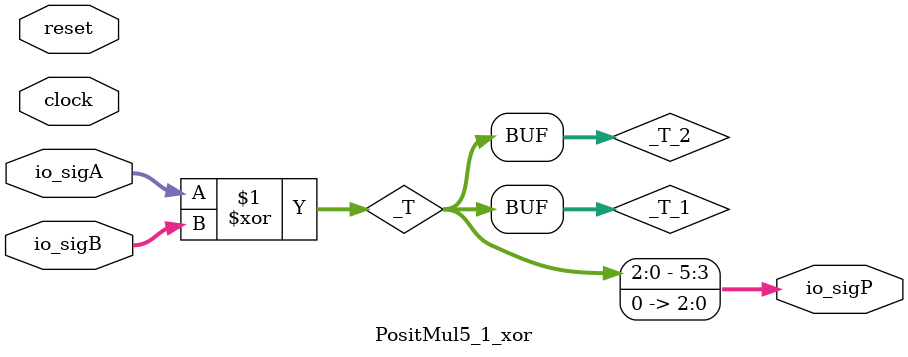
<source format=v>
module PositMul5_1_xor(
  input        clock,
  input        reset,
  input  [2:0] io_sigA,
  input  [2:0] io_sigB,
  output [5:0] io_sigP
);
  wire [2:0] _T; // @[PositMul.scala 51:23]
  wire [2:0] _T_1; // @[PositMul.scala 51:23]
  wire [2:0] _T_2; // @[Cat.scala 29:58]
  assign _T = $signed(io_sigA) ^ $signed(io_sigB); // @[PositMul.scala 51:23]
  assign _T_1 = $signed(_T); // @[PositMul.scala 51:23]
  assign _T_2 = $unsigned(_T_1); // @[Cat.scala 29:58]
  assign io_sigP = {_T_2,3'h0}; // @[PositMul.scala 51:9]
endmodule

</source>
